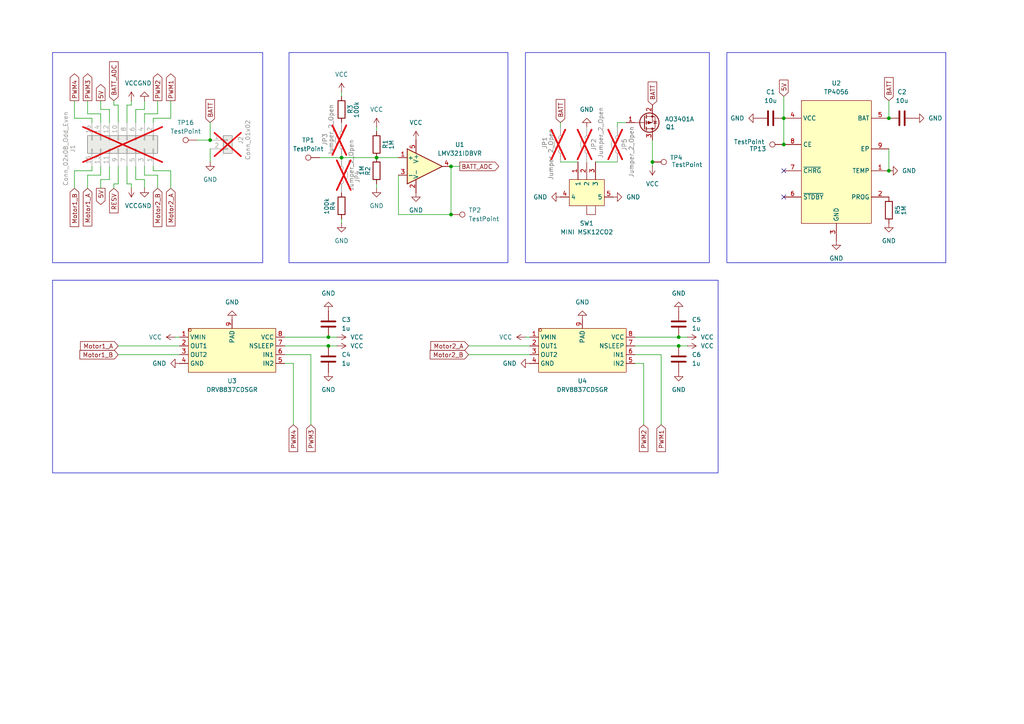
<source format=kicad_sch>
(kicad_sch (version 20231120) (generator "eeschema") (generator_version "8.0")
  (paper "A4")
  (title_block (title "EEE3088F 2024 Group 52 Power") (date "2024-03-23") (rev "v1") (comment 3 "NDXTRI021") (comment 4 "Triss Naidoo"))
  (lib_symbols
    (symbol "Amplifier_Operational:LMV321" (pin_names (offset 0.127))
      (property "Reference" "U" (at 0 5.08 0))
      (property "Value" "LMV321" (at 0 -5.08 0))
      (symbol "LMV321_0_1"
        (polyline (pts (xy -5.08 5.08) (xy 5.08 0) (xy -5.08 -5.08) (xy -5.08 5.08)) (stroke (width 0.254)) (fill (type background)))
        (pin power_in line (at -2.54 -7.62 90) (length 3.81) (name "V-") (number "2"))
        (pin power_in line (at -2.54 7.62 270) (length 3.81) (name "V+") (number "5"))
      )
      (symbol "LMV321_1_1"
        (pin input line (at -7.62 2.54 0) (length 2.54) (name "+") (number "1"))
        (pin input line (at -7.62 -2.54 0) (length 2.54) (name "-") (number "3"))
        (pin output line (at 7.62 0 180) (length 2.54) (name "~") (number "4"))
      )
    )
    (symbol "Connector:TestPoint" (pin_numbers hide) (pin_names (offset 0.762) hide)
      (property "Reference" "TP" (at 0 6.858 0))
      (property "Value" "TestPoint" (at 0 5.08 0))
      (symbol "TestPoint_0_1"
        (circle (center 0 3.302) (radius 0.762))
      )
      (symbol "TestPoint_1_1"
        (pin passive line (at 0 0 90) (length 2.54) (name "1") (number "1"))
      )
    )
    (symbol "Connector_Generic:Conn_01x02" (pin_names (offset 1.016) hide)
      (property "Reference" "J" (at 0 2.54 0))
      (property "Value" "Conn_01x02" (at 0 -5.08 0))
      (symbol "Conn_01x02_1_1"
        (rectangle (start -1.27 -2.413) (end 0 -2.667) (stroke (width 0.1524)))
        (rectangle (start -1.27 0.127) (end 0 -0.127) (stroke (width 0.1524)))
        (rectangle (start -1.27 1.27) (end 1.27 -3.81) (stroke (width 0.254)) (fill (type background)))
        (pin passive line (at -5.08 0 0) (length 3.81) (name "Pin_1") (number "1"))
        (pin passive line (at -5.08 -2.54 0) (length 3.81) (name "Pin_2") (number "2"))
      )
    )
    (symbol "Connector_Generic:Conn_02x08_Odd_Even" (pin_names (offset 1.016) hide)
      (property "Reference" "J" (at 1.27 10.16 0))
      (property "Value" "Conn_02x08_Odd_Even" (at 1.27 -12.7 0))
      (symbol "Conn_02x08_Odd_Even_1_1"
        (rectangle (start -1.27 -10.033) (end 0 -10.287) (stroke (width 0.1524)))
        (rectangle (start -1.27 -7.493) (end 0 -7.747) (stroke (width 0.1524)))
        (rectangle (start -1.27 -4.953) (end 0 -5.207) (stroke (width 0.1524)))
        (rectangle (start -1.27 -2.413) (end 0 -2.667) (stroke (width 0.1524)))
        (rectangle (start -1.27 0.127) (end 0 -0.127) (stroke (width 0.1524)))
        (rectangle (start -1.27 2.667) (end 0 2.413) (stroke (width 0.1524)))
        (rectangle (start -1.27 5.207) (end 0 4.953) (stroke (width 0.1524)))
        (rectangle (start -1.27 7.747) (end 0 7.493) (stroke (width 0.1524)))
        (rectangle (start -1.27 8.89) (end 3.81 -11.43) (stroke (width 0.254)) (fill (type background)))
        (rectangle (start 3.81 -10.033) (end 2.54 -10.287) (stroke (width 0.1524)))
        (rectangle (start 3.81 -7.493) (end 2.54 -7.747) (stroke (width 0.1524)))
        (rectangle (start 3.81 -4.953) (end 2.54 -5.207) (stroke (width 0.1524)))
        (rectangle (start 3.81 -2.413) (end 2.54 -2.667) (stroke (width 0.1524)))
        (rectangle (start 3.81 0.127) (end 2.54 -0.127) (stroke (width 0.1524)))
        (rectangle (start 3.81 2.667) (end 2.54 2.413) (stroke (width 0.1524)))
        (rectangle (start 3.81 5.207) (end 2.54 4.953) (stroke (width 0.1524)))
        (rectangle (start 3.81 7.747) (end 2.54 7.493) (stroke (width 0.1524)))
        (pin passive line (at -5.08 7.62 0) (length 3.81) (name "Pin_1") (number "1"))
        (pin passive line (at 7.62 -2.54 180) (length 3.81) (name "Pin_10") (number "10"))
        (pin passive line (at -5.08 -5.08 0) (length 3.81) (name "Pin_11") (number "11"))
        (pin passive line (at 7.62 -5.08 180) (length 3.81) (name "Pin_12") (number "12"))
        (pin passive line (at -5.08 -7.62 0) (length 3.81) (name "Pin_13") (number "13"))
        (pin passive line (at 7.62 -7.62 180) (length 3.81) (name "Pin_14") (number "14"))
        (pin passive line (at -5.08 -10.16 0) (length 3.81) (name "Pin_15") (number "15"))
        (pin passive line (at 7.62 -10.16 180) (length 3.81) (name "Pin_16") (number "16"))
        (pin passive line (at 7.62 7.62 180) (length 3.81) (name "Pin_2") (number "2"))
        (pin passive line (at -5.08 5.08 0) (length 3.81) (name "Pin_3") (number "3"))
        (pin passive line (at 7.62 5.08 180) (length 3.81) (name "Pin_4") (number "4"))
        (pin passive line (at -5.08 2.54 0) (length 3.81) (name "Pin_5") (number "5"))
        (pin passive line (at 7.62 2.54 180) (length 3.81) (name "Pin_6") (number "6"))
        (pin passive line (at -5.08 0 0) (length 3.81) (name "Pin_7") (number "7"))
        (pin passive line (at 7.62 0 180) (length 3.81) (name "Pin_8") (number "8"))
        (pin passive line (at -5.08 -2.54 0) (length 3.81) (name "Pin_9") (number "9"))
      )
    )
    (symbol "Device:C" (pin_numbers hide) (pin_names (offset 0.254))
      (property "Reference" "C" (at 0.635 2.54 0))
      (property "Value" "C" (at 0.635 -2.54 0))
      (symbol "C_0_1"
        (polyline (pts (xy -2.032 -0.762) (xy 2.032 -0.762)) (stroke (width 0.508)))
        (polyline (pts (xy -2.032 0.762) (xy 2.032 0.762)) (stroke (width 0.508)))
      )
      (symbol "C_1_1"
        (pin passive line (at 0 3.81 270) (length 2.794) (name "~") (number "1"))
        (pin passive line (at 0 -3.81 90) (length 2.794) (name "~") (number "2"))
      )
    )
    (symbol "Device:R" (pin_numbers hide) (pin_names (offset 0))
      (property "Reference" "R" (at 2.032 0 90))
      (property "Value" "R" (at 0 0 90))
      (symbol "R_0_1"
        (rectangle (start -1.016 -2.54) (end 1.016 2.54) (stroke (width 0.254)))
      )
      (symbol "R_1_1"
        (pin passive line (at 0 3.81 270) (length 1.27) (name "~") (number "1"))
        (pin passive line (at 0 -3.81 90) (length 1.27) (name "~") (number "2"))
      )
    )
    (symbol "Easy2Ki:DRV8837CDSGR"
      (property "Reference" "U" (at 0 13.97 0))
      (property "Value" "DRV8837CDSGR" (at 0 -8.89 0))
      (symbol "DRV8837CDSGR_0_1"
        (rectangle (start -12.7 6.35) (end 12.7 -6.35) (fill (type background)))
        (circle (center -12.19 5.84) (radius 0.38))
        (pin unspecified line (at -15.24 3.81 0) (length 2.54) (name "VMIN") (number "1"))
        (pin unspecified line (at -15.24 1.27 0) (length 2.54) (name "OUT1") (number "2"))
        (pin unspecified line (at -15.24 -1.27 0) (length 2.54) (name "OUT2") (number "3"))
        (pin unspecified line (at -15.24 -3.81 0) (length 2.54) (name "GND") (number "4"))
        (pin unspecified line (at 15.24 -3.81 180) (length 2.54) (name "IN2") (number "5"))
        (pin unspecified line (at 15.24 -1.27 180) (length 2.54) (name "IN1") (number "6"))
        (pin unspecified line (at 15.24 1.27 180) (length 2.54) (name "NSLEEP") (number "7"))
        (pin unspecified line (at 15.24 3.81 180) (length 2.54) (name "VCC") (number "8"))
        (pin unspecified line (at 0 8.89 270) (length 2.54) (name "PAD") (number "9"))
      )
    )
    (symbol "Easy2Ki:MINIMSK12CO2"
      (property "Reference" "SW" (at 0 12.7 0))
      (property "Value" "MINI MSK12CO2" (at 0 -7.62 0))
      (symbol "MINIMSK12CO2_0_1"
        (rectangle (start -5.08 2.54) (end 5.08 -5.08) (fill (type background)))
        (polyline (pts (xy 0 -5.08) (xy 0 -7.62) (xy 2.54 -7.62) (xy 2.54 -5.08)))
        (pin unspecified line (at -2.54 7.62 270) (length 5.08) (name "1") (number "1"))
        (pin unspecified line (at 0 7.62 270) (length 5.08) (name "2") (number "2"))
        (pin unspecified line (at 2.54 7.62 270) (length 5.08) (name "3") (number "3"))
        (pin unspecified line (at -7.62 -2.54 0) (length 2.54) (name "4") (number "4"))
        (pin unspecified line (at 7.62 -2.54 180) (length 2.54) (name "5") (number "5"))
      )
    )
    (symbol "Easy2Ki:TP4056"
      (property "Reference" "U" (at 0 20.32 0))
      (property "Value" "TP4056" (at 0 -25.4 0))
      (symbol "TP4056_0_1"
        (rectangle (start -10.16 20.32) (end 10.16 -15.24) (fill (type background)))
        (pin unspecified line (at 15.24 0 180) (length 5.08) (name "TEMP") (number "1"))
        (pin unspecified line (at 15.24 -7.62 180) (length 5.08) (name "PROG") (number "2"))
        (pin unspecified line (at 0 -20.32 90) (length 5.08) (name "GND") (number "3"))
        (pin unspecified line (at -15.24 15.24 0) (length 5.08) (name "VCC") (number "4"))
        (pin unspecified line (at 15.24 15.24 180) (length 5.08) (name "BAT") (number "5"))
        (pin unspecified line (at -15.24 -7.62 0) (length 5.08) (name "~{STDBY}") (number "6"))
        (pin unspecified line (at -15.24 0 0) (length 5.08) (name "~{CHRG}") (number "7"))
        (pin unspecified line (at -15.24 7.62 0) (length 5.08) (name "CE") (number "8"))
        (pin unspecified line (at 15.24 6.35 180) (length 5.08) (name "EP") (number "9"))
      )
    )
    (symbol "Jumper:Jumper_2_Open" (pin_numbers hide) (pin_names (offset 0) hide) (exclude_from_sim yes)
      (property "Reference" "JP" (at 0 2.794 0))
      (property "Value" "Jumper_2_Open" (at 0 -2.286 0))
      (symbol "Jumper_2_Open_0_0"
        (circle (center -2.032 0) (radius 0.508))
        (circle (center 2.032 0) (radius 0.508))
      )
      (symbol "Jumper_2_Open_0_1"
        (arc (start 1.524 1.27) (mid 0 1.778) (end -1.524 1.27))
      )
      (symbol "Jumper_2_Open_1_1"
        (pin passive line (at -5.08 0 0) (length 2.54) (name "A") (number "1"))
        (pin passive line (at 5.08 0 180) (length 2.54) (name "B") (number "2"))
      )
    )
    (symbol "Transistor_FET:AO3401A" (pin_names hide)
      (property "Reference" "Q" (at 5.08 1.905 0))
      (property "Value" "AO3401A" (at 5.08 0 0))
      (symbol "AO3401A_0_1"
        (polyline (pts (xy 0.254 0) (xy -2.54 0)))
        (polyline (pts (xy 0.254 1.905) (xy 0.254 -1.905)) (stroke (width 0.254)))
        (polyline (pts (xy 0.762 -1.27) (xy 0.762 -2.286)) (stroke (width 0.254)))
        (polyline (pts (xy 0.762 0.508) (xy 0.762 -0.508)) (stroke (width 0.254)))
        (polyline (pts (xy 0.762 2.286) (xy 0.762 1.27)) (stroke (width 0.254)))
        (polyline (pts (xy 2.54 2.54) (xy 2.54 1.778)))
        (polyline (pts (xy 2.54 -2.54) (xy 2.54 0) (xy 0.762 0)))
        (polyline (pts (xy 0.762 1.778) (xy 3.302 1.778) (xy 3.302 -1.778) (xy 0.762 -1.778)))
        (polyline (pts (xy 2.286 0) (xy 1.27 0.381) (xy 1.27 -0.381) (xy 2.286 0)) (fill (type outline)))
        (polyline (pts (xy 2.794 -0.508) (xy 2.921 -0.381) (xy 3.683 -0.381) (xy 3.81 -0.254)))
        (polyline (pts (xy 3.302 -0.381) (xy 2.921 0.254) (xy 3.683 0.254) (xy 3.302 -0.381)))
        (circle (center 1.651 0) (radius 2.794) (stroke (width 0.254)))
        (circle (center 2.54 -1.778) (radius 0.254) (fill (type outline)))
        (circle (center 2.54 1.778) (radius 0.254) (fill (type outline)))
      )
      (symbol "AO3401A_1_1"
        (pin input line (at -5.08 0 0) (length 2.54) (name "G") (number "1"))
        (pin passive line (at 2.54 -5.08 90) (length 2.54) (name "S") (number "2"))
        (pin passive line (at 2.54 5.08 270) (length 2.54) (name "D") (number "3"))
      )
    )
    (symbol "power:GND" (power) (pin_numbers hide) (pin_names (offset 0) hide)
      (property "Value" "GND" (at 0 -3.81 0))
      (symbol "GND_0_1"
        (polyline (pts (xy 0 0) (xy 0 -1.27) (xy 1.27 -1.27) (xy 0 -2.54) (xy -1.27 -1.27) (xy 0 -1.27)))
      )
      (symbol "GND_1_1"
        (pin power_in line (at 0 0 270) (length 0) (name "~") (number "1"))
      )
    )
    (symbol "power:VCC" (power) (pin_numbers hide) (pin_names (offset 0) hide)
      (property "Value" "VCC" (at 0 3.556 0))
      (symbol "VCC_0_1"
        (polyline (pts (xy -0.762 1.27) (xy 0 2.54)))
        (polyline (pts (xy 0 0) (xy 0 2.54)))
        (polyline (pts (xy 0 2.54) (xy 0.762 1.27)))
      )
      (symbol "VCC_1_1"
        (pin power_in line (at 0 0 90) (length 0) (name "~") (number "1"))
      )
    )
  )
  (junction (at 130.81 48.26))
  (junction (at 196.85 100.33))
  (junction (at 196.85 97.79))
  (junction (at 95.25 97.79))
  (junction (at 257.81 49.53))
  (junction (at 227.33 41.91))
  (junction (at 99.06 45.72))
  (junction (at 109.22 45.72))
  (junction (at 257.81 34.29))
  (junction (at 95.25 100.33))
  (junction (at 60.96 40.64))
  (junction (at 130.81 62.23))
  (junction (at 227.33 34.29))
  (junction (at 189.23 46.99))
  (no_connect (at 227.33 57.15))
  (no_connect (at 227.33 49.53))
  (wire (pts (xy 39.37 31.75) (xy 39.37 35.56)))
  (wire (pts (xy 34.29 53.34) (xy 33.02 53.34)))
  (wire (pts (xy 184.15 97.79) (xy 196.85 97.79)))
  (wire (pts (xy 184.15 102.87) (xy 191.77 102.87)))
  (wire (pts (xy 184.15 100.33) (xy 196.85 100.33)))
  (wire (pts (xy 227.33 27.94) (xy 227.33 34.29)))
  (wire (pts (xy 99.06 63.5) (xy 99.06 64.77)))
  (wire (pts (xy 82.55 97.79) (xy 95.25 97.79)))
  (wire (pts (xy 25.4 50.8) (xy 25.4 54.61)))
  (wire (pts (xy 162.56 46.99) (xy 167.64 46.99)))
  (wire (pts (xy 39.37 48.26) (xy 39.37 52.07)))
  (wire (pts (xy 26.67 48.26) (xy 26.67 49.53)))
  (wire (pts (xy 29.21 48.26) (xy 29.21 50.8)))
  (wire (pts (xy 45.72 29.21) (xy 45.72 33.02)))
  (wire (pts (xy 33.02 29.21) (xy 33.02 30.48)))
  (wire (pts (xy 41.91 50.8) (xy 45.72 50.8)))
  (wire (pts (xy 227.33 34.29) (xy 227.33 41.91)))
  (wire (pts (xy 82.55 100.33) (xy 95.25 100.33)))
  (wire (pts (xy 257.81 49.53) (xy 257.81 43.18)))
  (wire (pts (xy 99.06 26.67) (xy 99.06 27.94)))
  (wire (pts (xy 109.22 45.72) (xy 115.57 45.72)))
  (wire (pts (xy 109.22 36.83) (xy 109.22 38.1)))
  (wire (pts (xy 186.69 105.41) (xy 184.15 105.41)))
  (wire (pts (xy 38.1 30.48) (xy 36.83 30.48)))
  (wire (pts (xy 41.91 31.75) (xy 39.37 31.75)))
  (wire (pts (xy 25.4 29.21) (xy 25.4 33.02)))
  (wire (pts (xy 36.83 48.26) (xy 36.83 53.34)))
  (wire (pts (xy 186.69 105.41) (xy 186.69 123.19)))
  (wire (pts (xy 38.1 53.34) (xy 36.83 53.34)))
  (wire (pts (xy 25.4 33.02) (xy 29.21 33.02)))
  (wire (pts (xy 21.59 49.53) (xy 21.59 54.61)))
  (wire (pts (xy 189.23 40.64) (xy 189.23 46.99)))
  (wire (pts (xy 44.45 48.26) (xy 44.45 49.53)))
  (wire (pts (xy 21.59 29.21) (xy 21.59 34.29)))
  (wire (pts (xy 49.53 34.29) (xy 44.45 34.29)))
  (wire (pts (xy 38.1 29.21) (xy 38.1 30.48)))
  (wire (pts (xy 29.21 50.8) (xy 25.4 50.8)))
  (wire (pts (xy 44.45 34.29) (xy 44.45 35.56)))
  (wire (pts (xy 257.81 29.21) (xy 257.81 34.29)))
  (wire (pts (xy 152.4 97.79) (xy 153.67 97.79)))
  (wire (pts (xy 60.96 43.18) (xy 60.96 46.99)))
  (wire (pts (xy 26.67 34.29) (xy 26.67 35.56)))
  (wire (pts (xy 196.85 100.33) (xy 199.39 100.33)))
  (wire (pts (xy 31.75 31.75) (xy 31.75 35.56)))
  (wire (pts (xy 33.02 53.34) (xy 33.02 54.61)))
  (wire (pts (xy 34.29 30.48) (xy 34.29 35.56)))
  (wire (pts (xy 34.29 100.33) (xy 52.07 100.33)))
  (wire (pts (xy 34.29 102.87) (xy 52.07 102.87)))
  (wire (pts (xy 191.77 102.87) (xy 191.77 123.19)))
  (wire (pts (xy 135.89 100.33) (xy 153.67 100.33)))
  (wire (pts (xy 189.23 46.99) (xy 189.23 48.26)))
  (wire (pts (xy 31.75 48.26) (xy 31.75 52.07)))
  (wire (pts (xy 50.8 97.79) (xy 52.07 97.79)))
  (wire (pts (xy 29.21 33.02) (xy 29.21 35.56)))
  (wire (pts (xy 85.09 105.41) (xy 85.09 123.19)))
  (wire (pts (xy 115.57 50.8) (xy 115.57 62.23)))
  (wire (pts (xy 82.55 102.87) (xy 90.17 102.87)))
  (wire (pts (xy 95.25 100.33) (xy 97.79 100.33)))
  (wire (pts (xy 162.56 35.56) (xy 162.56 36.83)))
  (wire (pts (xy 38.1 54.61) (xy 38.1 53.34)))
  (wire (pts (xy 29.21 52.07) (xy 29.21 54.61)))
  (wire (pts (xy 130.81 48.26) (xy 133.35 48.26)))
  (wire (pts (xy 179.07 35.56) (xy 181.61 35.56)))
  (wire (pts (xy 90.17 102.87) (xy 90.17 123.19)))
  (wire (pts (xy 33.02 30.48) (xy 34.29 30.48)))
  (wire (pts (xy 179.07 46.99) (xy 172.72 46.99)))
  (wire (pts (xy 60.96 35.56) (xy 60.96 40.64)))
  (wire (pts (xy 92.71 45.72) (xy 99.06 45.72)))
  (wire (pts (xy 45.72 33.02) (xy 41.91 33.02)))
  (wire (pts (xy 41.91 52.07) (xy 41.91 54.61)))
  (wire (pts (xy 130.81 62.23) (xy 130.81 48.26)))
  (wire (pts (xy 36.83 30.48) (xy 36.83 35.56)))
  (wire (pts (xy 34.29 48.26) (xy 34.29 53.34)))
  (wire (pts (xy 109.22 53.34) (xy 109.22 54.61)))
  (wire (pts (xy 196.85 97.79) (xy 199.39 97.79)))
  (wire (pts (xy 41.91 29.21) (xy 41.91 31.75)))
  (wire (pts (xy 95.25 97.79) (xy 97.79 97.79)))
  (wire (pts (xy 26.67 49.53) (xy 21.59 49.53)))
  (wire (pts (xy 45.72 50.8) (xy 45.72 54.61)))
  (wire (pts (xy 39.37 52.07) (xy 41.91 52.07)))
  (wire (pts (xy 41.91 48.26) (xy 41.91 50.8)))
  (wire (pts (xy 44.45 49.53) (xy 49.53 49.53)))
  (wire (pts (xy 21.59 34.29) (xy 26.67 34.29)))
  (wire (pts (xy 135.89 102.87) (xy 153.67 102.87)))
  (wire (pts (xy 85.09 105.41) (xy 82.55 105.41)))
  (wire (pts (xy 49.53 49.53) (xy 49.53 54.61)))
  (wire (pts (xy 41.91 33.02) (xy 41.91 35.56)))
  (wire (pts (xy 57.15 40.64) (xy 60.96 40.64)))
  (wire (pts (xy 49.53 29.21) (xy 49.53 34.29)))
  (wire (pts (xy 99.06 45.72) (xy 109.22 45.72)))
  (wire (pts (xy 115.57 62.23) (xy 130.81 62.23)))
  (wire (pts (xy 179.07 36.83) (xy 179.07 35.56)))
  (wire (pts (xy 29.21 31.75) (xy 31.75 31.75)))
  (wire (pts (xy 29.21 29.21) (xy 29.21 31.75)))
  (wire (pts (xy 31.75 52.07) (xy 29.21 52.07)))
  (rectangle (start 15.24 81.28) (end 208.28 137.16))
  (rectangle (start 152.4 15.24) (end 205.74 76.2))
  (rectangle (start 83.82 15.24) (end 147.32 76.2))
  (rectangle (start 210.82 15.24) (end 274.32 76.2))
  (rectangle (start 15.24 15.24) (end 76.2 76.2))
  (global_label "5V" (shape output) (at 29.21 29.21 90) (property "Intersheetrefs" "${INTERSHEET_REFS}" (effects (hide yes))))
  (global_label "Motor2_A" (shape input) (at 135.89 100.33 180) (property "Intersheetrefs" "${INTERSHEET_REFS}" (effects (hide yes))))
  (global_label "Motor1_B" (shape input) (at 21.59 54.61 270) (property "Intersheetrefs" "${INTERSHEET_REFS}" (effects (hide yes))))
  (global_label "5V" (shape output) (at 29.21 54.61 270) (property "Intersheetrefs" "${INTERSHEET_REFS}" (effects (hide yes))))
  (global_label "PWM4" (shape input) (at 85.09 123.19 270) (property "Intersheetrefs" "${INTERSHEET_REFS}" (effects (hide yes))))
  (global_label "PWM4" (shape output) (at 21.59 29.21 90) (property "Intersheetrefs" "${INTERSHEET_REFS}" (effects (hide yes))))
  (global_label "PWM3" (shape input) (at 90.17 123.19 270) (property "Intersheetrefs" "${INTERSHEET_REFS}" (effects (hide yes))))
  (global_label "Motor1_A" (shape input) (at 34.29 100.33 180) (property "Intersheetrefs" "${INTERSHEET_REFS}" (effects (hide yes))))
  (global_label "PWM1" (shape output) (at 49.53 29.21 90) (property "Intersheetrefs" "${INTERSHEET_REFS}" (effects (hide yes))))
  (global_label "Motor1_B" (shape input) (at 34.29 102.87 180) (property "Intersheetrefs" "${INTERSHEET_REFS}" (effects (hide yes))))
  (global_label "BATT" (shape input) (at 162.56 35.56 90) (property "Intersheetrefs" "${INTERSHEET_REFS}" (effects (hide yes))))
  (global_label "Motor2_B" (shape input) (at 135.89 102.87 180) (property "Intersheetrefs" "${INTERSHEET_REFS}" (effects (hide yes))))
  (global_label "BATT" (shape input) (at 60.96 35.56 90) (property "Intersheetrefs" "${INTERSHEET_REFS}" (effects (hide yes))))
  (global_label "Motor1_A" (shape input) (at 25.4 54.61 270) (property "Intersheetrefs" "${INTERSHEET_REFS}" (effects (hide yes))))
  (global_label "PWM2" (shape input) (at 186.69 123.19 270) (property "Intersheetrefs" "${INTERSHEET_REFS}" (effects (hide yes))))
  (global_label "PWM3" (shape output) (at 25.4 29.21 90) (property "Intersheetrefs" "${INTERSHEET_REFS}" (effects (hide yes))))
  (global_label "RESV" (shape input) (at 33.02 54.61 270) (property "Intersheetrefs" "${INTERSHEET_REFS}" (effects (hide yes))))
  (global_label "PWM2" (shape output) (at 45.72 29.21 90) (property "Intersheetrefs" "${INTERSHEET_REFS}" (effects (hide yes))))
  (global_label "Motor2_A" (shape input) (at 49.53 54.61 270) (property "Intersheetrefs" "${INTERSHEET_REFS}" (effects (hide yes))))
  (global_label "BATT" (shape input) (at 189.23 30.48 90) (property "Intersheetrefs" "${INTERSHEET_REFS}" (effects (hide yes))))
  (global_label "BATT_ADC" (shape input) (at 33.02 29.21 90) (property "Intersheetrefs" "${INTERSHEET_REFS}" (effects (hide yes))))
  (global_label "BATT" (shape input) (at 257.81 29.21 90) (property "Intersheetrefs" "${INTERSHEET_REFS}" (effects (hide yes))))
  (global_label "Motor2_B" (shape input) (at 45.72 54.61 270) (property "Intersheetrefs" "${INTERSHEET_REFS}" (effects (hide yes))))
  (global_label "5V" (shape input) (at 227.33 27.94 90) (property "Intersheetrefs" "${INTERSHEET_REFS}" (effects (hide yes))))
  (global_label "BATT_ADC" (shape output) (at 133.35 48.26 0) (property "Intersheetrefs" "${INTERSHEET_REFS}" (effects (hide yes))))
  (global_label "PWM1" (shape input) (at 191.77 123.19 270) (property "Intersheetrefs" "${INTERSHEET_REFS}" (effects (hide yes))))
  (symbol (lib_id "power:GND") (at 196.85 107.95 0) (unit 1)
    (property "Reference" "#PWR029" (effects (hide yes)))
    (property "Value" "GND" (at 196.85 113.03 0))
    (property "Description" "Power symbol creates a global label with name \"GND\" , ground" (effects (hide yes)))
  )
  (symbol (lib_id "power:VCC") (at 199.39 97.79 270) (unit 1)
    (property "Reference" "#PWR030" (effects (hide yes)))
    (property "Value" "VCC" (at 203.2 97.7899 90) (effects (justify left)))
    (property "Description" "Power symbol creates a global label with name \"VCC\"" (effects (hide yes)))
  )
  (symbol (lib_id "Jumper:Jumper_2_Open") (at 162.56 41.91 90) (unit 1) (exclude_from_sim yes) (in_bom no) (dnp yes)
    (property "Reference" "JP1" (at 157.988 39.624 0) (effects (justify right)))
    (property "Value" "Jumper_2_Open" (at 159.766 37.338 0) (effects (justify right)))
    (property "Footprint" "Easy2Ki_Library:SolderJumper-3_P1.3mm_Open_Pad1.0x1.5mm_NumberLabels" (effects (hide yes)))
    (property "Description" "Jumper, 2-pole, open" (effects (hide yes)))
  )
  (symbol (lib_id "Device:C") (at 223.52 34.29 90) (unit 1)
    (property "Reference" "C1" (at 223.52 26.67 90))
    (property "Value" "10u" (at 223.52 29.21 90))
    (property "Footprint" "Capacitor_SMD:C_0603_1608Metric" (effects (hide yes)))
    (property "Description" "Unpolarized capacitor" (effects (hide yes)))
  )
  (symbol (lib_id "power:GND") (at 257.81 49.53 90) (unit 1)
    (property "Reference" "#PWR08" (effects (hide yes)))
    (property "Value" "GND" (at 261.62 49.5299 90) (effects (justify right)))
    (property "Description" "Power symbol creates a global label with name \"GND\" , ground" (effects (hide yes)))
  )
  (symbol (lib_id "Connector:TestPoint") (at 57.15 40.64 90) (unit 1)
    (property "Reference" "TP16" (at 53.848 35.56 90))
    (property "Value" "TestPoint" (at 53.848 38.1 90))
    (property "Footprint" "TestPoint:TestPoint_THTPad_D1.5mm_Drill0.7mm" (effects (hide yes)))
    (property "Description" "test point" (effects (hide yes)))
  )
  (symbol (lib_id "power:VCC") (at 189.23 48.26 180) (unit 1)
    (property "Reference" "#PWR022" (effects (hide yes)))
    (property "Value" "VCC" (at 189.23 53.34 0))
    (property "Description" "Power symbol creates a global label with name \"VCC\"" (effects (hide yes)))
  )
  (symbol (lib_id "Jumper:Jumper_2_Open") (at 99.06 40.64 90) (unit 1) (exclude_from_sim yes) (in_bom no) (dnp yes)
    (property "Reference" "JP3" (at 94.234 38.608 0) (effects (justify right)))
    (property "Value" "Jumper_2_Open" (at 96.012 30.226 0) (effects (justify right)))
    (property "Footprint" "Easy2Ki_Library:SolderJumper-3_P1.3mm_Open_Pad1.0x1.5mm_NumberLabels" (effects (hide yes)))
    (property "Description" "Jumper, 2-pole, open" (effects (hide yes)))
  )
  (symbol (lib_id "power:VCC") (at 199.39 100.33 270) (unit 1)
    (property "Reference" "#PWR031" (effects (hide yes)))
    (property "Value" "VCC" (at 203.2 100.3299 90) (effects (justify left)))
    (property "Description" "Power symbol creates a global label with name \"VCC\"" (effects (hide yes)))
  )
  (symbol (lib_id "power:GND") (at 52.07 105.41 270) (unit 1)
    (property "Reference" "#PWR012" (effects (hide yes)))
    (property "Value" "GND" (at 48.26 105.4099 90) (effects (justify right)))
    (property "Description" "Power symbol creates a global label with name \"GND\" , ground" (effects (hide yes)))
  )
  (symbol (lib_id "power:GND") (at 162.56 57.15 270) (unit 1)
    (property "Reference" "#PWR032" (effects (hide yes)))
    (property "Value" "GND" (at 158.75 57.1499 90) (effects (justify right)))
    (property "Description" "Power symbol creates a global label with name \"GND\" , ground" (effects (hide yes)))
  )
  (symbol (lib_id "Easy2Ki:DRV8837CDSGR") (at 168.91 101.6 0) (unit 1)
    (property "Reference" "U4" (at 168.91 110.49 0))
    (property "Value" "DRV8837CDSGR" (at 168.91 113.03 0))
    (property "Footprint" "Easy2Ki_Library:WSON-8_L2.0-W2.0-P0.50-TL-EP" (effects (hide yes)))
    (property "Datasheet" "https://lcsc.com/product-detail/Others_Texas-Instruments_DRV8837CDSGR_Texas-Instruments-TI-DRV8837CDSGR_C191000.html" (effects (hide yes)))
    (property "LCSC Part" "C191000" (effects (hide yes)))
  )
  (symbol (lib_id "power:GND") (at 153.67 105.41 270) (unit 1)
    (property "Reference" "#PWR026" (effects (hide yes)))
    (property "Value" "GND" (at 149.86 105.4099 90) (effects (justify right)))
    (property "Description" "Power symbol creates a global label with name \"GND\" , ground" (effects (hide yes)))
  )
  (symbol (lib_id "power:GND") (at 177.8 57.15 90) (unit 1)
    (property "Reference" "#PWR033" (effects (hide yes)))
    (property "Value" "GND" (at 181.61 57.1499 90) (effects (justify right)))
    (property "Description" "Power symbol creates a global label with name \"GND\" , ground" (effects (hide yes)))
  )
  (symbol (lib_id "power:VCC") (at 109.22 36.83 0) (unit 1)
    (property "Reference" "#PWR018" (effects (hide yes)))
    (property "Value" "VCC" (at 109.22 31.75 0))
    (property "Description" "Power symbol creates a global label with name \"VCC\"" (effects (hide yes)))
  )
  (symbol (lib_id "power:VCC") (at 50.8 97.79 90) (unit 1)
    (property "Reference" "#PWR015" (effects (hide yes)))
    (property "Value" "VCC" (at 46.99 97.7899 90) (effects (justify left)))
    (property "Description" "Power symbol creates a global label with name \"VCC\"" (effects (hide yes)))
  )
  (symbol (lib_id "Device:C") (at 95.25 104.14 0) (unit 1)
    (property "Reference" "C4" (at 99.06 102.8699 0) (effects (justify left)))
    (property "Value" "1u" (at 99.06 105.4099 0) (effects (justify left)))
    (property "Footprint" "Capacitor_SMD:C_0603_1608Metric" (effects (hide yes)))
    (property "Description" "Unpolarized capacitor" (effects (hide yes)))
  )
  (symbol (lib_id "power:GND") (at 196.85 90.17 180) (unit 1)
    (property "Reference" "#PWR028" (effects (hide yes)))
    (property "Value" "GND" (at 196.85 85.09 0))
    (property "Description" "Power symbol creates a global label with name \"GND\" , ground" (effects (hide yes)))
  )
  (symbol (lib_id "power:GND") (at 67.31 92.71 180) (unit 1)
    (property "Reference" "#PWR024" (effects (hide yes)))
    (property "Value" "GND" (at 67.31 87.63 0))
    (property "Description" "Power symbol creates a global label with name \"GND\" , ground" (effects (hide yes)))
  )
  (symbol (lib_id "power:GND") (at 170.18 36.83 180) (unit 1)
    (property "Reference" "#PWR034" (effects (hide yes)))
    (property "Value" "GND" (at 170.18 31.75 0))
    (property "Description" "Power symbol creates a global label with name \"GND\" , ground" (effects (hide yes)))
  )
  (symbol (lib_id "power:GND") (at 99.06 64.77 0) (unit 1)
    (property "Reference" "#PWR06" (effects (hide yes)))
    (property "Value" "GND" (at 99.06 69.85 0))
    (property "Description" "Power symbol creates a global label with name \"GND\" , ground" (effects (hide yes)))
  )
  (symbol (lib_id "Device:R") (at 257.81 60.96 0) (unit 1)
    (property "Reference" "R5" (at 260.35 62.23 90) (effects (justify left)))
    (property "Value" "1M" (at 262.128 62.484 90) (effects (justify left)))
    (property "Footprint" "Resistor_SMD:R_0603_1608Metric" (effects (hide yes)))
    (property "Description" "Resistor" (effects (hide yes)))
  )
  (symbol (lib_id "Device:R") (at 109.22 49.53 180) (unit 1)
    (property "Reference" "R2" (at 106.68 48.26 90) (effects (justify left)))
    (property "Value" "1M" (at 104.902 48.006 90) (effects (justify left)))
    (property "Footprint" "Resistor_SMD:R_0603_1608Metric" (effects (hide yes)))
    (property "Description" "Resistor" (effects (hide yes)))
  )
  (symbol (lib_id "power:VCC") (at 97.79 100.33 270) (unit 1)
    (property "Reference" "#PWR017" (effects (hide yes)))
    (property "Value" "VCC" (at 101.6 100.3299 90) (effects (justify left)))
    (property "Description" "Power symbol creates a global label with name \"VCC\"" (effects (hide yes)))
  )
  (symbol (lib_id "Device:R") (at 109.22 41.91 0) (unit 1)
    (property "Reference" "R1" (at 111.76 43.18 90) (effects (justify left)))
    (property "Value" "1M" (at 113.538 43.434 90) (effects (justify left)))
    (property "Footprint" "Resistor_SMD:R_0603_1608Metric" (effects (hide yes)))
    (property "Description" "Resistor" (effects (hide yes)))
  )
  (symbol (lib_id "Connector:TestPoint") (at 130.81 62.23 270) (unit 1)
    (property "Reference" "TP2" (at 135.89 60.9599 90) (effects (justify left)))
    (property "Value" "TestPoint" (at 135.89 63.4999 90) (effects (justify left)))
    (property "Footprint" "TestPoint:TestPoint_THTPad_D1.5mm_Drill0.7mm" (effects (hide yes)))
    (property "Description" "test point" (effects (hide yes)))
  )
  (symbol (lib_id "power:GND") (at 168.91 92.71 180) (unit 1)
    (property "Reference" "#PWR027" (effects (hide yes)))
    (property "Value" "GND" (at 168.91 87.63 0))
    (property "Description" "Power symbol creates a global label with name \"GND\" , ground" (effects (hide yes)))
  )
  (symbol (lib_id "power:VCC") (at 152.4 97.79 90) (unit 1)
    (property "Reference" "#PWR025" (effects (hide yes)))
    (property "Value" "VCC" (at 148.59 97.7899 90) (effects (justify left)))
    (property "Description" "Power symbol creates a global label with name \"VCC\"" (effects (hide yes)))
  )
  (symbol (lib_id "Connector:TestPoint") (at 227.33 41.91 90) (unit 1)
    (property "Reference" "TP13" (at 222.25 43.1801 90) (effects (justify left)))
    (property "Value" "TestPoint" (at 221.742 41.148 90) (effects (justify left)))
    (property "Footprint" "TestPoint:TestPoint_THTPad_D1.5mm_Drill0.7mm" (effects (hide yes)))
    (property "Description" "test point" (effects (hide yes)))
  )
  (symbol (lib_id "power:VCC") (at 38.1 29.21 0) (unit 1)
    (property "Reference" "#PWR021" (effects (hide yes)))
    (property "Value" "VCC" (at 38.1 24.13 0))
    (property "Description" "Power symbol creates a global label with name \"VCC\"" (effects (hide yes)))
  )
  (symbol (lib_id "power:GND") (at 41.91 29.21 180) (unit 1)
    (property "Reference" "#PWR03" (effects (hide yes)))
    (property "Value" "GND" (at 41.91 24.13 0))
    (property "Description" "Power symbol creates a global label with name \"GND\" , ground" (effects (hide yes)))
  )
  (symbol (lib_id "power:GND") (at 60.96 46.99 0) (unit 1)
    (property "Reference" "#PWR05" (effects (hide yes)))
    (property "Value" "GND" (at 60.96 52.07 0))
    (property "Description" "Power symbol creates a global label with name \"GND\" , ground" (effects (hide yes)))
  )
  (symbol (lib_id "Connector_Generic:Conn_02x08_Odd_Even") (at 36.83 43.18 270) (mirror x) (unit 1) (in_bom no) (dnp yes)
    (property "Reference" "J1" (at 21.082 41.91 0) (effects (justify right)))
    (property "Value" "Conn_02x08_Odd_Even" (at 19.05 32.258 0) (effects (justify right)))
    (property "Footprint" "Connector_PinHeader_2.54mm:PinHeader_2x08_P2.54mm_Vertical" (effects (hide yes)))
    (property "Description" "Generic connector, double row, 02x08, odd/even pin numbering scheme (row 1 odd numbers, row 2 even numbers), script generated (kicad-library-utils/schlib/autogen/connector/)" (effects (hide yes)))
  )
  (symbol (lib_id "Device:C") (at 196.85 104.14 0) (unit 1)
    (property "Reference" "C6" (at 200.66 102.8699 0) (effects (justify left)))
    (property "Value" "1u" (at 200.66 105.4099 0) (effects (justify left)))
    (property "Footprint" "Capacitor_SMD:C_0603_1608Metric" (effects (hide yes)))
    (property "Description" "Unpolarized capacitor" (effects (hide yes)))
  )
  (symbol (lib_id "Easy2Ki:MINIMSK12CO2") (at 170.18 54.61 0) (unit 1)
    (property "Reference" "SW1" (at 170.18 64.77 0))
    (property "Value" "MINI MSK12CO2" (at 170.18 67.31 0))
    (property "Footprint" "Easy2Ki_Library:SW-SMD_MSK12CO2" (effects (hide yes)))
    (property "LCSC Part" "C2681570" (effects (hide yes)))
  )
  (symbol (lib_id "power:GND") (at 120.65 55.88 0) (unit 1)
    (property "Reference" "#PWR04" (effects (hide yes)))
    (property "Value" "GND" (at 120.65 60.96 0))
    (property "Description" "Power symbol creates a global label with name \"GND\" , ground" (effects (hide yes)))
  )
  (symbol (lib_id "Connector:TestPoint") (at 92.71 45.72 90) (unit 1)
    (property "Reference" "TP1" (at 89.408 40.64 90))
    (property "Value" "TestPoint" (at 89.408 43.18 90))
    (property "Footprint" "TestPoint:TestPoint_THTPad_D1.5mm_Drill0.7mm" (effects (hide yes)))
    (property "Description" "test point" (effects (hide yes)))
  )
  (symbol (lib_id "Device:C") (at 95.25 93.98 180) (unit 1)
    (property "Reference" "C3" (at 99.06 92.7099 0) (effects (justify right)))
    (property "Value" "1u" (at 99.06 95.2499 0) (effects (justify right)))
    (property "Footprint" "Capacitor_SMD:C_0603_1608Metric" (effects (hide yes)))
    (property "Description" "Unpolarized capacitor" (effects (hide yes)))
  )
  (symbol (lib_id "Device:C") (at 261.62 34.29 90) (unit 1)
    (property "Reference" "C2" (at 261.62 26.67 90))
    (property "Value" "10u" (at 261.62 29.21 90))
    (property "Footprint" "Capacitor_SMD:C_0603_1608Metric" (effects (hide yes)))
    (property "Description" "Unpolarized capacitor" (effects (hide yes)))
  )
  (symbol (lib_id "Device:R") (at 99.06 31.75 0) (unit 1)
    (property "Reference" "R3" (at 101.6 33.02 90) (effects (justify left)))
    (property "Value" "100k" (at 103.378 34.29 90) (effects (justify left)))
    (property "Footprint" "Resistor_SMD:R_0603_1608Metric" (effects (hide yes)))
    (property "Description" "Resistor" (effects (hide yes)))
  )
  (symbol (lib_id "Connector:TestPoint") (at 189.23 46.99 270) (unit 1)
    (property "Reference" "TP4" (at 194.31 45.7199 90) (effects (justify left)))
    (property "Value" "TestPoint" (at 194.818 47.752 90) (effects (justify left)))
    (property "Footprint" "TestPoint:TestPoint_THTPad_D1.5mm_Drill0.7mm" (effects (hide yes)))
    (property "Description" "test point" (effects (hide yes)))
  )
  (symbol (lib_id "power:GND") (at 109.22 54.61 0) (unit 1)
    (property "Reference" "#PWR01" (effects (hide yes)))
    (property "Value" "GND" (at 109.22 59.69 0))
    (property "Description" "Power symbol creates a global label with name \"GND\" , ground" (effects (hide yes)))
  )
  (symbol (lib_id "Device:R") (at 99.06 59.69 180) (unit 1)
    (property "Reference" "R4" (at 96.52 58.42 90) (effects (justify left)))
    (property "Value" "100k" (at 94.742 57.404 90) (effects (justify left)))
    (property "Footprint" "Resistor_SMD:R_0603_1608Metric" (effects (hide yes)))
    (property "Description" "Resistor" (effects (hide yes)))
  )
  (symbol (lib_id "Jumper:Jumper_2_Open") (at 99.06 50.8 270) (unit 1) (exclude_from_sim yes) (in_bom no) (dnp yes)
    (property "Reference" "JP4" (at 103.632 53.086 0) (effects (justify right)))
    (property "Value" "Jumper_2_Open" (at 101.854 55.372 0) (effects (justify right)))
    (property "Footprint" "Easy2Ki_Library:SolderJumper-3_P1.3mm_Open_Pad1.0x1.5mm_NumberLabels" (effects (hide yes)))
    (property "Description" "Jumper, 2-pole, open" (effects (hide yes)))
  )
  (symbol (lib_id "power:GND") (at 265.43 34.29 90) (unit 1)
    (property "Reference" "#PWR010" (effects (hide yes)))
    (property "Value" "GND" (at 269.24 34.2899 90) (effects (justify right)))
    (property "Description" "Power symbol creates a global label with name \"GND\" , ground" (effects (hide yes)))
  )
  (symbol (lib_id "Connector_Generic:Conn_01x02") (at 66.04 40.64 0) (unit 1) (in_bom no) (dnp yes)
    (property "Reference" "J2" (at 69.85 41.91 90) (effects (justify left)))
    (property "Value" "Conn_01x02" (at 71.882 46.482 90) (effects (justify left)))
    (property "Footprint" "Connector_JST:JST_PH_S2B-PH-K_1x02_P2.00mm_Horizontal" (effects (hide yes)))
    (property "Description" "Generic connector, single row, 01x02, script generated (kicad-library-utils/schlib/autogen/connector/)" (effects (hide yes)))
  )
  (symbol (lib_id "power:GND") (at 242.57 69.85 0) (unit 1)
    (property "Reference" "#PWR09" (effects (hide yes)))
    (property "Value" "GND" (at 242.57 74.93 0))
    (property "Description" "Power symbol creates a global label with name \"GND\" , ground" (effects (hide yes)))
  )
  (symbol (lib_id "power:VCC") (at 38.1 54.61 180) (unit 1)
    (property "Reference" "#PWR023" (effects (hide yes)))
    (property "Value" "VCC" (at 38.1 59.69 0))
    (property "Description" "Power symbol creates a global label with name \"VCC\"" (effects (hide yes)))
  )
  (symbol (lib_id "power:GND") (at 41.91 54.61 0) (unit 1)
    (property "Reference" "#PWR02" (effects (hide yes)))
    (property "Value" "GND" (at 41.91 59.69 0))
    (property "Description" "Power symbol creates a global label with name \"GND\" , ground" (effects (hide yes)))
  )
  (symbol (lib_id "power:VCC") (at 97.79 97.79 270) (unit 1)
    (property "Reference" "#PWR016" (effects (hide yes)))
    (property "Value" "VCC" (at 101.6 97.7899 90) (effects (justify left)))
    (property "Description" "Power symbol creates a global label with name \"VCC\"" (effects (hide yes)))
  )
  (symbol (lib_id "Easy2Ki:DRV8837CDSGR") (at 67.31 101.6 0) (unit 1)
    (property "Reference" "U3" (at 67.31 110.49 0))
    (property "Value" "DRV8837CDSGR" (at 67.31 113.03 0))
    (property "Footprint" "Easy2Ki_Library:WSON-8_L2.0-W2.0-P0.50-TL-EP" (effects (hide yes)))
    (property "Datasheet" "https://lcsc.com/product-detail/Others_Texas-Instruments_DRV8837CDSGR_Texas-Instruments-TI-DRV8837CDSGR_C191000.html" (effects (hide yes)))
    (property "LCSC Part" "C191000" (effects (hide yes)))
  )
  (symbol (lib_id "power:GND") (at 219.71 34.29 270) (unit 1)
    (property "Reference" "#PWR07" (effects (hide yes)))
    (property "Value" "GND" (at 215.9 34.2899 90) (effects (justify right)))
    (property "Description" "Power symbol creates a global label with name \"GND\" , ground" (effects (hide yes)))
  )
  (symbol (lib_id "Amplifier_Operational:LMV321") (at 123.19 48.26 0) (unit 1)
    (property "Reference" "U1" (at 133.35 41.9414 0))
    (property "Value" "LMV321IDBVR" (at 133.35 44.4814 0))
    (property "Footprint" "Easy2Ki_Library:SOT-23-5_L3.0-W1.7-P0.95-LS2.8-BR" (effects (hide yes)))
    (property "Datasheet" "http://www.ti.com/lit/ds/symlink/lmv324.pdf" (effects (hide yes)))
    (property "Description" "Low-Voltage Rail-to-Rail Output Operational Amplifiers, SOT-23-5/SC-70-5" (effects (hide yes)))
  )
  (symbol (lib_id "Jumper:Jumper_2_Open") (at 170.18 41.91 90) (unit 1) (exclude_from_sim yes) (in_bom no) (dnp yes)
    (property "Reference" "JP2" (at 172.212 40.132 0) (effects (justify right)))
    (property "Value" "Jumper_2_Open" (at 174.244 30.988 0) (effects (justify right)))
    (property "Footprint" "Easy2Ki_Library:SolderJumper-3_P1.3mm_Open_Pad1.0x1.5mm_NumberLabels" (effects (hide yes)))
    (property "Description" "Jumper, 2-pole, open" (effects (hide yes)))
  )
  (symbol (lib_id "Transistor_FET:AO3401A") (at 186.69 35.56 0) (mirror x) (unit 1)
    (property "Reference" "Q1" (at 193.04 36.8301 0) (effects (justify left)))
    (property "Value" "AO3401A" (at 192.786 34.544 0) (effects (justify left)))
    (property "Footprint" "Easy2Ki_Library:SOT-23_L2.9-W1.3-P1.90-LS2.4-BR" (effects (hide yes)))
    (property "Datasheet" "http://www.aosmd.com/pdfs/datasheet/AO3401A.pdf" (effects (hide yes)))
    (property "Description" "-4.0A Id, -30V Vds, P-Channel MOSFET, SOT-23" (effects (hide yes)))
  )
  (symbol (lib_id "Jumper:Jumper_2_Open") (at 179.07 41.91 90) (unit 1) (exclude_from_sim yes) (in_bom no) (dnp yes)
    (property "Reference" "JP5" (at 181.102 40.132 0) (effects (justify right)))
    (property "Value" "Jumper_2_Open" (at 183.134 36.576 0) (effects (justify right)))
    (property "Footprint" "Easy2Ki_Library:SolderJumper-3_P1.3mm_Open_Pad1.0x1.5mm_NumberLabels" (effects (hide yes)))
    (property "Description" "Jumper, 2-pole, open" (effects (hide yes)))
  )
  (symbol (lib_id "power:VCC") (at 99.06 26.67 0) (unit 1)
    (property "Reference" "#PWR020" (effects (hide yes)))
    (property "Value" "VCC" (at 99.06 21.59 0))
    (property "Description" "Power symbol creates a global label with name \"VCC\"" (effects (hide yes)))
  )
  (symbol (lib_id "power:VCC") (at 120.65 40.64 0) (unit 1)
    (property "Reference" "#PWR019" (effects (hide yes)))
    (property "Value" "VCC" (at 120.65 35.56 0))
    (property "Description" "Power symbol creates a global label with name \"VCC\"" (effects (hide yes)))
  )
  (symbol (lib_id "Easy2Ki:TP4056") (at 242.57 49.53 0) (unit 1)
    (property "Reference" "U2" (at 242.57 24.13 0))
    (property "Value" "TP4056" (at 242.57 26.67 0))
    (property "Footprint" "Easy2Ki_Library:ESOP-8_L4.9-W3.9-P1.27-LS6.0-BL-EP" (effects (hide yes)))
    (property "Datasheet" "https://lcsc.com/product-detail/PMIC-Battery-Management_TP4056_C16581.html" (effects (hide yes)))
    (property "LCSC Part" "C16581" (effects (hide yes)))
  )
  (symbol (lib_id "Device:C") (at 196.85 93.98 180) (unit 1)
    (property "Reference" "C5" (at 200.66 92.7099 0) (effects (justify right)))
    (property "Value" "1u" (at 200.66 95.2499 0) (effects (justify right)))
    (property "Footprint" "Capacitor_SMD:C_0603_1608Metric" (effects (hide yes)))
    (property "Description" "Unpolarized capacitor" (effects (hide yes)))
  )
  (symbol (lib_id "power:GND") (at 95.25 90.17 180) (unit 1)
    (property "Reference" "#PWR013" (effects (hide yes)))
    (property "Value" "GND" (at 95.25 85.09 0))
    (property "Description" "Power symbol creates a global label with name \"GND\" , ground" (effects (hide yes)))
  )
  (symbol (lib_id "power:GND") (at 95.25 107.95 0) (unit 1)
    (property "Reference" "#PWR014" (effects (hide yes)))
    (property "Value" "GND" (at 95.25 113.03 0))
    (property "Description" "Power symbol creates a global label with name \"GND\" , ground" (effects (hide yes)))
  )
  (symbol (lib_id "power:GND") (at 257.81 64.77 0) (unit 1)
    (property "Reference" "#PWR011" (effects (hide yes)))
    (property "Value" "GND" (at 257.81 69.85 0))
    (property "Description" "Power symbol creates a global label with name \"GND\" , ground" (effects (hide yes)))
  )
)
</source>
